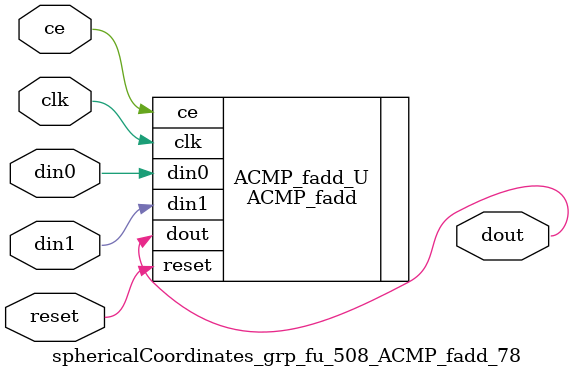
<source format=v>

`timescale 1 ns / 1 ps
module sphericalCoordinates_grp_fu_508_ACMP_fadd_78(
    clk,
    reset,
    ce,
    din0,
    din1,
    dout);

parameter ID = 32'd1;
parameter NUM_STAGE = 32'd1;
parameter din0_WIDTH = 32'd1;
parameter din1_WIDTH = 32'd1;
parameter dout_WIDTH = 32'd1;
input clk;
input reset;
input ce;
input[din0_WIDTH - 1:0] din0;
input[din1_WIDTH - 1:0] din1;
output[dout_WIDTH - 1:0] dout;



ACMP_fadd #(
.ID( ID ),
.NUM_STAGE( 4 ),
.din0_WIDTH( din0_WIDTH ),
.din1_WIDTH( din1_WIDTH ),
.dout_WIDTH( dout_WIDTH ))
ACMP_fadd_U(
    .clk( clk ),
    .reset( reset ),
    .ce( ce ),
    .din0( din0 ),
    .din1( din1 ),
    .dout( dout ));

endmodule

</source>
